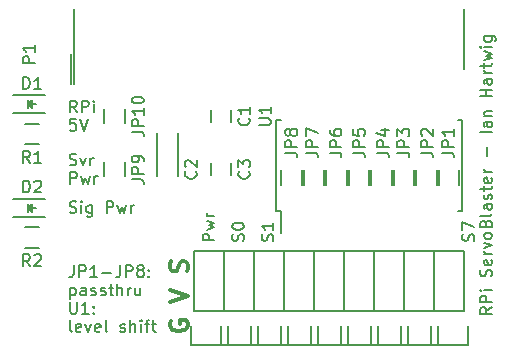
<source format=gto>
G04 #@! TF.FileFunction,Legend,Top*
%FSLAX46Y46*%
G04 Gerber Fmt 4.6, Leading zero omitted, Abs format (unit mm)*
G04 Created by KiCad (PCBNEW 4.0.0-stable) date Thursday, March 17, 2016 'AMt' 12:56:01 AM*
%MOMM*%
G01*
G04 APERTURE LIST*
%ADD10C,0.100000*%
%ADD11C,0.150000*%
%ADD12C,0.300000*%
G04 APERTURE END LIST*
D10*
D11*
X7023810Y7372619D02*
X7023810Y6658333D01*
X6976190Y6515476D01*
X6880952Y6420238D01*
X6738095Y6372619D01*
X6642857Y6372619D01*
X7500000Y6372619D02*
X7500000Y7372619D01*
X7880953Y7372619D01*
X7976191Y7325000D01*
X8023810Y7277381D01*
X8071429Y7182143D01*
X8071429Y7039286D01*
X8023810Y6944048D01*
X7976191Y6896429D01*
X7880953Y6848810D01*
X7500000Y6848810D01*
X9023810Y6372619D02*
X8452381Y6372619D01*
X8738095Y6372619D02*
X8738095Y7372619D01*
X8642857Y7229762D01*
X8547619Y7134524D01*
X8452381Y7086905D01*
X9452381Y6753571D02*
X10214286Y6753571D01*
X10976191Y7372619D02*
X10976191Y6658333D01*
X10928571Y6515476D01*
X10833333Y6420238D01*
X10690476Y6372619D01*
X10595238Y6372619D01*
X11452381Y6372619D02*
X11452381Y7372619D01*
X11833334Y7372619D01*
X11928572Y7325000D01*
X11976191Y7277381D01*
X12023810Y7182143D01*
X12023810Y7039286D01*
X11976191Y6944048D01*
X11928572Y6896429D01*
X11833334Y6848810D01*
X11452381Y6848810D01*
X12595238Y6944048D02*
X12500000Y6991667D01*
X12452381Y7039286D01*
X12404762Y7134524D01*
X12404762Y7182143D01*
X12452381Y7277381D01*
X12500000Y7325000D01*
X12595238Y7372619D01*
X12785715Y7372619D01*
X12880953Y7325000D01*
X12928572Y7277381D01*
X12976191Y7182143D01*
X12976191Y7134524D01*
X12928572Y7039286D01*
X12880953Y6991667D01*
X12785715Y6944048D01*
X12595238Y6944048D01*
X12500000Y6896429D01*
X12452381Y6848810D01*
X12404762Y6753571D01*
X12404762Y6563095D01*
X12452381Y6467857D01*
X12500000Y6420238D01*
X12595238Y6372619D01*
X12785715Y6372619D01*
X12880953Y6420238D01*
X12928572Y6467857D01*
X12976191Y6563095D01*
X12976191Y6753571D01*
X12928572Y6848810D01*
X12880953Y6896429D01*
X12785715Y6944048D01*
X13404762Y6467857D02*
X13452381Y6420238D01*
X13404762Y6372619D01*
X13357143Y6420238D01*
X13404762Y6467857D01*
X13404762Y6372619D01*
X13404762Y6991667D02*
X13452381Y6944048D01*
X13404762Y6896429D01*
X13357143Y6944048D01*
X13404762Y6991667D01*
X13404762Y6896429D01*
X6738095Y5489286D02*
X6738095Y4489286D01*
X6738095Y5441667D02*
X6833333Y5489286D01*
X7023810Y5489286D01*
X7119048Y5441667D01*
X7166667Y5394048D01*
X7214286Y5298810D01*
X7214286Y5013095D01*
X7166667Y4917857D01*
X7119048Y4870238D01*
X7023810Y4822619D01*
X6833333Y4822619D01*
X6738095Y4870238D01*
X8071429Y4822619D02*
X8071429Y5346429D01*
X8023810Y5441667D01*
X7928572Y5489286D01*
X7738095Y5489286D01*
X7642857Y5441667D01*
X8071429Y4870238D02*
X7976191Y4822619D01*
X7738095Y4822619D01*
X7642857Y4870238D01*
X7595238Y4965476D01*
X7595238Y5060714D01*
X7642857Y5155952D01*
X7738095Y5203571D01*
X7976191Y5203571D01*
X8071429Y5251190D01*
X8500000Y4870238D02*
X8595238Y4822619D01*
X8785714Y4822619D01*
X8880953Y4870238D01*
X8928572Y4965476D01*
X8928572Y5013095D01*
X8880953Y5108333D01*
X8785714Y5155952D01*
X8642857Y5155952D01*
X8547619Y5203571D01*
X8500000Y5298810D01*
X8500000Y5346429D01*
X8547619Y5441667D01*
X8642857Y5489286D01*
X8785714Y5489286D01*
X8880953Y5441667D01*
X9309524Y4870238D02*
X9404762Y4822619D01*
X9595238Y4822619D01*
X9690477Y4870238D01*
X9738096Y4965476D01*
X9738096Y5013095D01*
X9690477Y5108333D01*
X9595238Y5155952D01*
X9452381Y5155952D01*
X9357143Y5203571D01*
X9309524Y5298810D01*
X9309524Y5346429D01*
X9357143Y5441667D01*
X9452381Y5489286D01*
X9595238Y5489286D01*
X9690477Y5441667D01*
X10023810Y5489286D02*
X10404762Y5489286D01*
X10166667Y5822619D02*
X10166667Y4965476D01*
X10214286Y4870238D01*
X10309524Y4822619D01*
X10404762Y4822619D01*
X10738096Y4822619D02*
X10738096Y5822619D01*
X11166668Y4822619D02*
X11166668Y5346429D01*
X11119049Y5441667D01*
X11023811Y5489286D01*
X10880953Y5489286D01*
X10785715Y5441667D01*
X10738096Y5394048D01*
X11642858Y4822619D02*
X11642858Y5489286D01*
X11642858Y5298810D02*
X11690477Y5394048D01*
X11738096Y5441667D01*
X11833334Y5489286D01*
X11928573Y5489286D01*
X12690478Y5489286D02*
X12690478Y4822619D01*
X12261906Y5489286D02*
X12261906Y4965476D01*
X12309525Y4870238D01*
X12404763Y4822619D01*
X12547621Y4822619D01*
X12642859Y4870238D01*
X12690478Y4917857D01*
X6738095Y4272619D02*
X6738095Y3463095D01*
X6785714Y3367857D01*
X6833333Y3320238D01*
X6928571Y3272619D01*
X7119048Y3272619D01*
X7214286Y3320238D01*
X7261905Y3367857D01*
X7309524Y3463095D01*
X7309524Y4272619D01*
X8309524Y3272619D02*
X7738095Y3272619D01*
X8023809Y3272619D02*
X8023809Y4272619D01*
X7928571Y4129762D01*
X7833333Y4034524D01*
X7738095Y3986905D01*
X8738095Y3367857D02*
X8785714Y3320238D01*
X8738095Y3272619D01*
X8690476Y3320238D01*
X8738095Y3367857D01*
X8738095Y3272619D01*
X8738095Y3891667D02*
X8785714Y3844048D01*
X8738095Y3796429D01*
X8690476Y3844048D01*
X8738095Y3891667D01*
X8738095Y3796429D01*
X6880952Y1722619D02*
X6785714Y1770238D01*
X6738095Y1865476D01*
X6738095Y2722619D01*
X7642858Y1770238D02*
X7547620Y1722619D01*
X7357143Y1722619D01*
X7261905Y1770238D01*
X7214286Y1865476D01*
X7214286Y2246429D01*
X7261905Y2341667D01*
X7357143Y2389286D01*
X7547620Y2389286D01*
X7642858Y2341667D01*
X7690477Y2246429D01*
X7690477Y2151190D01*
X7214286Y2055952D01*
X8023810Y2389286D02*
X8261905Y1722619D01*
X8500001Y2389286D01*
X9261906Y1770238D02*
X9166668Y1722619D01*
X8976191Y1722619D01*
X8880953Y1770238D01*
X8833334Y1865476D01*
X8833334Y2246429D01*
X8880953Y2341667D01*
X8976191Y2389286D01*
X9166668Y2389286D01*
X9261906Y2341667D01*
X9309525Y2246429D01*
X9309525Y2151190D01*
X8833334Y2055952D01*
X9880953Y1722619D02*
X9785715Y1770238D01*
X9738096Y1865476D01*
X9738096Y2722619D01*
X10976192Y1770238D02*
X11071430Y1722619D01*
X11261906Y1722619D01*
X11357145Y1770238D01*
X11404764Y1865476D01*
X11404764Y1913095D01*
X11357145Y2008333D01*
X11261906Y2055952D01*
X11119049Y2055952D01*
X11023811Y2103571D01*
X10976192Y2198810D01*
X10976192Y2246429D01*
X11023811Y2341667D01*
X11119049Y2389286D01*
X11261906Y2389286D01*
X11357145Y2341667D01*
X11833335Y1722619D02*
X11833335Y2722619D01*
X12261907Y1722619D02*
X12261907Y2246429D01*
X12214288Y2341667D01*
X12119050Y2389286D01*
X11976192Y2389286D01*
X11880954Y2341667D01*
X11833335Y2294048D01*
X12738097Y1722619D02*
X12738097Y2389286D01*
X12738097Y2722619D02*
X12690478Y2675000D01*
X12738097Y2627381D01*
X12785716Y2675000D01*
X12738097Y2722619D01*
X12738097Y2627381D01*
X13071430Y2389286D02*
X13452382Y2389286D01*
X13214287Y1722619D02*
X13214287Y2579762D01*
X13261906Y2675000D01*
X13357144Y2722619D01*
X13452382Y2722619D01*
X13642859Y2389286D02*
X14023811Y2389286D01*
X13785716Y2722619D02*
X13785716Y1865476D01*
X13833335Y1770238D01*
X13928573Y1722619D01*
X14023811Y1722619D01*
X42452381Y3809523D02*
X41976190Y3476189D01*
X42452381Y3238094D02*
X41452381Y3238094D01*
X41452381Y3619047D01*
X41500000Y3714285D01*
X41547619Y3761904D01*
X41642857Y3809523D01*
X41785714Y3809523D01*
X41880952Y3761904D01*
X41928571Y3714285D01*
X41976190Y3619047D01*
X41976190Y3238094D01*
X42452381Y4238094D02*
X41452381Y4238094D01*
X41452381Y4619047D01*
X41500000Y4714285D01*
X41547619Y4761904D01*
X41642857Y4809523D01*
X41785714Y4809523D01*
X41880952Y4761904D01*
X41928571Y4714285D01*
X41976190Y4619047D01*
X41976190Y4238094D01*
X42452381Y5238094D02*
X41785714Y5238094D01*
X41452381Y5238094D02*
X41500000Y5190475D01*
X41547619Y5238094D01*
X41500000Y5285713D01*
X41452381Y5238094D01*
X41547619Y5238094D01*
X42404762Y6428570D02*
X42452381Y6571427D01*
X42452381Y6809523D01*
X42404762Y6904761D01*
X42357143Y6952380D01*
X42261905Y6999999D01*
X42166667Y6999999D01*
X42071429Y6952380D01*
X42023810Y6904761D01*
X41976190Y6809523D01*
X41928571Y6619046D01*
X41880952Y6523808D01*
X41833333Y6476189D01*
X41738095Y6428570D01*
X41642857Y6428570D01*
X41547619Y6476189D01*
X41500000Y6523808D01*
X41452381Y6619046D01*
X41452381Y6857142D01*
X41500000Y6999999D01*
X42404762Y7809523D02*
X42452381Y7714285D01*
X42452381Y7523808D01*
X42404762Y7428570D01*
X42309524Y7380951D01*
X41928571Y7380951D01*
X41833333Y7428570D01*
X41785714Y7523808D01*
X41785714Y7714285D01*
X41833333Y7809523D01*
X41928571Y7857142D01*
X42023810Y7857142D01*
X42119048Y7380951D01*
X42452381Y8285713D02*
X41785714Y8285713D01*
X41976190Y8285713D02*
X41880952Y8333332D01*
X41833333Y8380951D01*
X41785714Y8476189D01*
X41785714Y8571428D01*
X41785714Y8809523D02*
X42452381Y9047618D01*
X41785714Y9285714D01*
X42452381Y9809523D02*
X42404762Y9714285D01*
X42357143Y9666666D01*
X42261905Y9619047D01*
X41976190Y9619047D01*
X41880952Y9666666D01*
X41833333Y9714285D01*
X41785714Y9809523D01*
X41785714Y9952381D01*
X41833333Y10047619D01*
X41880952Y10095238D01*
X41976190Y10142857D01*
X42261905Y10142857D01*
X42357143Y10095238D01*
X42404762Y10047619D01*
X42452381Y9952381D01*
X42452381Y9809523D01*
X41928571Y10904762D02*
X41976190Y11047619D01*
X42023810Y11095238D01*
X42119048Y11142857D01*
X42261905Y11142857D01*
X42357143Y11095238D01*
X42404762Y11047619D01*
X42452381Y10952381D01*
X42452381Y10571428D01*
X41452381Y10571428D01*
X41452381Y10904762D01*
X41500000Y11000000D01*
X41547619Y11047619D01*
X41642857Y11095238D01*
X41738095Y11095238D01*
X41833333Y11047619D01*
X41880952Y11000000D01*
X41928571Y10904762D01*
X41928571Y10571428D01*
X42452381Y11714285D02*
X42404762Y11619047D01*
X42309524Y11571428D01*
X41452381Y11571428D01*
X42452381Y12523810D02*
X41928571Y12523810D01*
X41833333Y12476191D01*
X41785714Y12380953D01*
X41785714Y12190476D01*
X41833333Y12095238D01*
X42404762Y12523810D02*
X42452381Y12428572D01*
X42452381Y12190476D01*
X42404762Y12095238D01*
X42309524Y12047619D01*
X42214286Y12047619D01*
X42119048Y12095238D01*
X42071429Y12190476D01*
X42071429Y12428572D01*
X42023810Y12523810D01*
X42404762Y12952381D02*
X42452381Y13047619D01*
X42452381Y13238095D01*
X42404762Y13333334D01*
X42309524Y13380953D01*
X42261905Y13380953D01*
X42166667Y13333334D01*
X42119048Y13238095D01*
X42119048Y13095238D01*
X42071429Y13000000D01*
X41976190Y12952381D01*
X41928571Y12952381D01*
X41833333Y13000000D01*
X41785714Y13095238D01*
X41785714Y13238095D01*
X41833333Y13333334D01*
X41785714Y13666667D02*
X41785714Y14047619D01*
X41452381Y13809524D02*
X42309524Y13809524D01*
X42404762Y13857143D01*
X42452381Y13952381D01*
X42452381Y14047619D01*
X42404762Y14761906D02*
X42452381Y14666668D01*
X42452381Y14476191D01*
X42404762Y14380953D01*
X42309524Y14333334D01*
X41928571Y14333334D01*
X41833333Y14380953D01*
X41785714Y14476191D01*
X41785714Y14666668D01*
X41833333Y14761906D01*
X41928571Y14809525D01*
X42023810Y14809525D01*
X42119048Y14333334D01*
X42452381Y15238096D02*
X41785714Y15238096D01*
X41976190Y15238096D02*
X41880952Y15285715D01*
X41833333Y15333334D01*
X41785714Y15428572D01*
X41785714Y15523811D01*
X42071429Y16619049D02*
X42071429Y17380954D01*
X42452381Y18619049D02*
X41452381Y18619049D01*
X42452381Y19523811D02*
X41928571Y19523811D01*
X41833333Y19476192D01*
X41785714Y19380954D01*
X41785714Y19190477D01*
X41833333Y19095239D01*
X42404762Y19523811D02*
X42452381Y19428573D01*
X42452381Y19190477D01*
X42404762Y19095239D01*
X42309524Y19047620D01*
X42214286Y19047620D01*
X42119048Y19095239D01*
X42071429Y19190477D01*
X42071429Y19428573D01*
X42023810Y19523811D01*
X41785714Y20000001D02*
X42452381Y20000001D01*
X41880952Y20000001D02*
X41833333Y20047620D01*
X41785714Y20142858D01*
X41785714Y20285716D01*
X41833333Y20380954D01*
X41928571Y20428573D01*
X42452381Y20428573D01*
X42452381Y21666668D02*
X41452381Y21666668D01*
X41928571Y21666668D02*
X41928571Y22238097D01*
X42452381Y22238097D02*
X41452381Y22238097D01*
X42452381Y23142859D02*
X41928571Y23142859D01*
X41833333Y23095240D01*
X41785714Y23000002D01*
X41785714Y22809525D01*
X41833333Y22714287D01*
X42404762Y23142859D02*
X42452381Y23047621D01*
X42452381Y22809525D01*
X42404762Y22714287D01*
X42309524Y22666668D01*
X42214286Y22666668D01*
X42119048Y22714287D01*
X42071429Y22809525D01*
X42071429Y23047621D01*
X42023810Y23142859D01*
X42452381Y23619049D02*
X41785714Y23619049D01*
X41976190Y23619049D02*
X41880952Y23666668D01*
X41833333Y23714287D01*
X41785714Y23809525D01*
X41785714Y23904764D01*
X41785714Y24095240D02*
X41785714Y24476192D01*
X41452381Y24238097D02*
X42309524Y24238097D01*
X42404762Y24285716D01*
X42452381Y24380954D01*
X42452381Y24476192D01*
X41785714Y24714288D02*
X42452381Y24904764D01*
X41976190Y25095241D01*
X42452381Y25285717D01*
X41785714Y25476193D01*
X42452381Y25857145D02*
X41785714Y25857145D01*
X41452381Y25857145D02*
X41500000Y25809526D01*
X41547619Y25857145D01*
X41500000Y25904764D01*
X41452381Y25857145D01*
X41547619Y25857145D01*
X41785714Y26761907D02*
X42595238Y26761907D01*
X42690476Y26714288D01*
X42738095Y26666669D01*
X42785714Y26571430D01*
X42785714Y26428573D01*
X42738095Y26333335D01*
X42404762Y26761907D02*
X42452381Y26666669D01*
X42452381Y26476192D01*
X42404762Y26380954D01*
X42357143Y26333335D01*
X42261905Y26285716D01*
X41976190Y26285716D01*
X41880952Y26333335D01*
X41833333Y26380954D01*
X41785714Y26476192D01*
X41785714Y26666669D01*
X41833333Y26761907D01*
X6690476Y15870238D02*
X6833333Y15822619D01*
X7071429Y15822619D01*
X7166667Y15870238D01*
X7214286Y15917857D01*
X7261905Y16013095D01*
X7261905Y16108333D01*
X7214286Y16203571D01*
X7166667Y16251190D01*
X7071429Y16298810D01*
X6880952Y16346429D01*
X6785714Y16394048D01*
X6738095Y16441667D01*
X6690476Y16536905D01*
X6690476Y16632143D01*
X6738095Y16727381D01*
X6785714Y16775000D01*
X6880952Y16822619D01*
X7119048Y16822619D01*
X7261905Y16775000D01*
X7595238Y16489286D02*
X7833333Y15822619D01*
X8071429Y16489286D01*
X8452381Y15822619D02*
X8452381Y16489286D01*
X8452381Y16298810D02*
X8500000Y16394048D01*
X8547619Y16441667D01*
X8642857Y16489286D01*
X8738096Y16489286D01*
X6738095Y14272619D02*
X6738095Y15272619D01*
X7119048Y15272619D01*
X7214286Y15225000D01*
X7261905Y15177381D01*
X7309524Y15082143D01*
X7309524Y14939286D01*
X7261905Y14844048D01*
X7214286Y14796429D01*
X7119048Y14748810D01*
X6738095Y14748810D01*
X7642857Y14939286D02*
X7833333Y14272619D01*
X8023810Y14748810D01*
X8214286Y14272619D01*
X8404762Y14939286D01*
X8785714Y14272619D02*
X8785714Y14939286D01*
X8785714Y14748810D02*
X8833333Y14844048D01*
X8880952Y14891667D01*
X8976190Y14939286D01*
X9071429Y14939286D01*
X40904762Y9440476D02*
X40952381Y9583333D01*
X40952381Y9821429D01*
X40904762Y9916667D01*
X40857143Y9964286D01*
X40761905Y10011905D01*
X40666667Y10011905D01*
X40571429Y9964286D01*
X40523810Y9916667D01*
X40476190Y9821429D01*
X40428571Y9630952D01*
X40380952Y9535714D01*
X40333333Y9488095D01*
X40238095Y9440476D01*
X40142857Y9440476D01*
X40047619Y9488095D01*
X40000000Y9535714D01*
X39952381Y9630952D01*
X39952381Y9869048D01*
X40000000Y10011905D01*
X39952381Y10345238D02*
X39952381Y11011905D01*
X40952381Y10583333D01*
X23904762Y9440476D02*
X23952381Y9583333D01*
X23952381Y9821429D01*
X23904762Y9916667D01*
X23857143Y9964286D01*
X23761905Y10011905D01*
X23666667Y10011905D01*
X23571429Y9964286D01*
X23523810Y9916667D01*
X23476190Y9821429D01*
X23428571Y9630952D01*
X23380952Y9535714D01*
X23333333Y9488095D01*
X23238095Y9440476D01*
X23142857Y9440476D01*
X23047619Y9488095D01*
X23000000Y9535714D01*
X22952381Y9630952D01*
X22952381Y9869048D01*
X23000000Y10011905D01*
X23952381Y10964286D02*
X23952381Y10392857D01*
X23952381Y10678571D02*
X22952381Y10678571D01*
X23095238Y10583333D01*
X23190476Y10488095D01*
X23238095Y10392857D01*
X21404762Y9440476D02*
X21452381Y9583333D01*
X21452381Y9821429D01*
X21404762Y9916667D01*
X21357143Y9964286D01*
X21261905Y10011905D01*
X21166667Y10011905D01*
X21071429Y9964286D01*
X21023810Y9916667D01*
X20976190Y9821429D01*
X20928571Y9630952D01*
X20880952Y9535714D01*
X20833333Y9488095D01*
X20738095Y9440476D01*
X20642857Y9440476D01*
X20547619Y9488095D01*
X20500000Y9535714D01*
X20452381Y9630952D01*
X20452381Y9869048D01*
X20500000Y10011905D01*
X20452381Y10630952D02*
X20452381Y10726191D01*
X20500000Y10821429D01*
X20547619Y10869048D01*
X20642857Y10916667D01*
X20833333Y10964286D01*
X21071429Y10964286D01*
X21261905Y10916667D01*
X21357143Y10869048D01*
X21404762Y10821429D01*
X21452381Y10726191D01*
X21452381Y10630952D01*
X21404762Y10535714D01*
X21357143Y10488095D01*
X21261905Y10440476D01*
X21071429Y10392857D01*
X20833333Y10392857D01*
X20642857Y10440476D01*
X20547619Y10488095D01*
X20500000Y10535714D01*
X20452381Y10630952D01*
X18952381Y9488095D02*
X17952381Y9488095D01*
X17952381Y9869048D01*
X18000000Y9964286D01*
X18047619Y10011905D01*
X18142857Y10059524D01*
X18285714Y10059524D01*
X18380952Y10011905D01*
X18428571Y9964286D01*
X18476190Y9869048D01*
X18476190Y9488095D01*
X18285714Y10392857D02*
X18952381Y10583333D01*
X18476190Y10773810D01*
X18952381Y10964286D01*
X18285714Y11154762D01*
X18952381Y11535714D02*
X18285714Y11535714D01*
X18476190Y11535714D02*
X18380952Y11583333D01*
X18333333Y11630952D01*
X18285714Y11726190D01*
X18285714Y11821429D01*
D12*
X15250000Y2642858D02*
X15178571Y2500001D01*
X15178571Y2285715D01*
X15250000Y2071430D01*
X15392857Y1928572D01*
X15535714Y1857144D01*
X15821429Y1785715D01*
X16035714Y1785715D01*
X16321429Y1857144D01*
X16464286Y1928572D01*
X16607143Y2071430D01*
X16678571Y2285715D01*
X16678571Y2428572D01*
X16607143Y2642858D01*
X16535714Y2714287D01*
X16035714Y2714287D01*
X16035714Y2428572D01*
X15178571Y4285715D02*
X16678571Y4785715D01*
X15178571Y5285715D01*
X16607143Y6857143D02*
X16678571Y7071429D01*
X16678571Y7428572D01*
X16607143Y7571429D01*
X16535714Y7642858D01*
X16392857Y7714286D01*
X16250000Y7714286D01*
X16107143Y7642858D01*
X16035714Y7571429D01*
X15964286Y7428572D01*
X15892857Y7142858D01*
X15821429Y7000000D01*
X15750000Y6928572D01*
X15607143Y6857143D01*
X15464286Y6857143D01*
X15321429Y6928572D01*
X15250000Y7000000D01*
X15178571Y7142858D01*
X15178571Y7500000D01*
X15250000Y7714286D01*
D11*
X7309524Y20322619D02*
X6976190Y20798810D01*
X6738095Y20322619D02*
X6738095Y21322619D01*
X7119048Y21322619D01*
X7214286Y21275000D01*
X7261905Y21227381D01*
X7309524Y21132143D01*
X7309524Y20989286D01*
X7261905Y20894048D01*
X7214286Y20846429D01*
X7119048Y20798810D01*
X6738095Y20798810D01*
X7738095Y20322619D02*
X7738095Y21322619D01*
X8119048Y21322619D01*
X8214286Y21275000D01*
X8261905Y21227381D01*
X8309524Y21132143D01*
X8309524Y20989286D01*
X8261905Y20894048D01*
X8214286Y20846429D01*
X8119048Y20798810D01*
X7738095Y20798810D01*
X8738095Y20322619D02*
X8738095Y20989286D01*
X8738095Y21322619D02*
X8690476Y21275000D01*
X8738095Y21227381D01*
X8785714Y21275000D01*
X8738095Y21322619D01*
X8738095Y21227381D01*
X7214286Y19772619D02*
X6738095Y19772619D01*
X6690476Y19296429D01*
X6738095Y19344048D01*
X6833333Y19391667D01*
X7071429Y19391667D01*
X7166667Y19344048D01*
X7214286Y19296429D01*
X7261905Y19201190D01*
X7261905Y18963095D01*
X7214286Y18867857D01*
X7166667Y18820238D01*
X7071429Y18772619D01*
X6833333Y18772619D01*
X6738095Y18820238D01*
X6690476Y18867857D01*
X7547619Y19772619D02*
X7880952Y18772619D01*
X8214286Y19772619D01*
X6690476Y11845238D02*
X6833333Y11797619D01*
X7071429Y11797619D01*
X7166667Y11845238D01*
X7214286Y11892857D01*
X7261905Y11988095D01*
X7261905Y12083333D01*
X7214286Y12178571D01*
X7166667Y12226190D01*
X7071429Y12273810D01*
X6880952Y12321429D01*
X6785714Y12369048D01*
X6738095Y12416667D01*
X6690476Y12511905D01*
X6690476Y12607143D01*
X6738095Y12702381D01*
X6785714Y12750000D01*
X6880952Y12797619D01*
X7119048Y12797619D01*
X7261905Y12750000D01*
X7690476Y11797619D02*
X7690476Y12464286D01*
X7690476Y12797619D02*
X7642857Y12750000D01*
X7690476Y12702381D01*
X7738095Y12750000D01*
X7690476Y12797619D01*
X7690476Y12702381D01*
X8595238Y12464286D02*
X8595238Y11654762D01*
X8547619Y11559524D01*
X8500000Y11511905D01*
X8404761Y11464286D01*
X8261904Y11464286D01*
X8166666Y11511905D01*
X8595238Y11845238D02*
X8500000Y11797619D01*
X8309523Y11797619D01*
X8214285Y11845238D01*
X8166666Y11892857D01*
X8119047Y11988095D01*
X8119047Y12273810D01*
X8166666Y12369048D01*
X8214285Y12416667D01*
X8309523Y12464286D01*
X8500000Y12464286D01*
X8595238Y12416667D01*
X9833333Y11797619D02*
X9833333Y12797619D01*
X10214286Y12797619D01*
X10309524Y12750000D01*
X10357143Y12702381D01*
X10404762Y12607143D01*
X10404762Y12464286D01*
X10357143Y12369048D01*
X10309524Y12321429D01*
X10214286Y12273810D01*
X9833333Y12273810D01*
X10738095Y12464286D02*
X10928571Y11797619D01*
X11119048Y12273810D01*
X11309524Y11797619D01*
X11500000Y12464286D01*
X11880952Y11797619D02*
X11880952Y12464286D01*
X11880952Y12273810D02*
X11928571Y12369048D01*
X11976190Y12416667D01*
X12071428Y12464286D01*
X12166667Y12464286D01*
X18650000Y20500000D02*
X18650000Y19500000D01*
X20350000Y19500000D02*
X20350000Y20500000D01*
X14100000Y14900000D02*
X14100000Y18600000D01*
X15900000Y14900000D02*
X15900000Y18600000D01*
X20350000Y15000000D02*
X20350000Y16000000D01*
X18650000Y16000000D02*
X18650000Y15000000D01*
X37930000Y14210000D02*
X37930000Y15410000D01*
X39680000Y15410000D02*
X39680000Y14210000D01*
X36025000Y14210000D02*
X36025000Y15410000D01*
X37775000Y15410000D02*
X37775000Y14210000D01*
X34120000Y14210000D02*
X34120000Y15410000D01*
X35870000Y15410000D02*
X35870000Y14210000D01*
X32215000Y14210000D02*
X32215000Y15410000D01*
X33965000Y15410000D02*
X33965000Y14210000D01*
X30310000Y14210000D02*
X30310000Y15410000D01*
X32060000Y15410000D02*
X32060000Y14210000D01*
X28405000Y14210000D02*
X28405000Y15410000D01*
X30155000Y15410000D02*
X30155000Y14210000D01*
X26500000Y14210000D02*
X26500000Y15410000D01*
X28250000Y15410000D02*
X28250000Y14210000D01*
X24595000Y14210000D02*
X24595000Y15410000D01*
X26345000Y15410000D02*
X26345000Y14210000D01*
X9625000Y14900000D02*
X9625000Y16100000D01*
X11375000Y16100000D02*
X11375000Y14900000D01*
X11375000Y20600000D02*
X11375000Y19400000D01*
X9625000Y19400000D02*
X9625000Y20600000D01*
X40120000Y29040000D02*
X40120000Y23960000D01*
X6820000Y25230000D02*
X6820000Y22690000D01*
X7100000Y29040000D02*
X7100000Y22690000D01*
X19800000Y3470000D02*
X19800000Y8550000D01*
X19800000Y8550000D02*
X17260000Y8550000D01*
X17260000Y8550000D02*
X17260000Y3470000D01*
X16980000Y650000D02*
X16980000Y2200000D01*
X17260000Y3470000D02*
X19800000Y3470000D01*
X20080000Y2200000D02*
X20080000Y650000D01*
X20080000Y650000D02*
X16980000Y650000D01*
X22340000Y3470000D02*
X22340000Y8550000D01*
X22340000Y8550000D02*
X19800000Y8550000D01*
X19800000Y8550000D02*
X19800000Y3470000D01*
X19520000Y650000D02*
X19520000Y2200000D01*
X19800000Y3470000D02*
X22340000Y3470000D01*
X22620000Y2200000D02*
X22620000Y650000D01*
X22620000Y650000D02*
X19520000Y650000D01*
X24880000Y3470000D02*
X24880000Y8550000D01*
X24880000Y8550000D02*
X22340000Y8550000D01*
X22340000Y8550000D02*
X22340000Y3470000D01*
X22060000Y650000D02*
X22060000Y2200000D01*
X22340000Y3470000D02*
X24880000Y3470000D01*
X25160000Y2200000D02*
X25160000Y650000D01*
X25160000Y650000D02*
X22060000Y650000D01*
X27420000Y3470000D02*
X27420000Y8550000D01*
X27420000Y8550000D02*
X24880000Y8550000D01*
X24880000Y8550000D02*
X24880000Y3470000D01*
X24600000Y650000D02*
X24600000Y2200000D01*
X24880000Y3470000D02*
X27420000Y3470000D01*
X27700000Y2200000D02*
X27700000Y650000D01*
X27700000Y650000D02*
X24600000Y650000D01*
X29960000Y3470000D02*
X29960000Y8550000D01*
X29960000Y8550000D02*
X27420000Y8550000D01*
X27420000Y8550000D02*
X27420000Y3470000D01*
X27140000Y650000D02*
X27140000Y2200000D01*
X27420000Y3470000D02*
X29960000Y3470000D01*
X30240000Y2200000D02*
X30240000Y650000D01*
X30240000Y650000D02*
X27140000Y650000D01*
X32500000Y3470000D02*
X32500000Y8550000D01*
X32500000Y8550000D02*
X29960000Y8550000D01*
X29960000Y8550000D02*
X29960000Y3470000D01*
X29680000Y650000D02*
X29680000Y2200000D01*
X29960000Y3470000D02*
X32500000Y3470000D01*
X32780000Y2200000D02*
X32780000Y650000D01*
X32780000Y650000D02*
X29680000Y650000D01*
X35040000Y3470000D02*
X35040000Y8550000D01*
X35040000Y8550000D02*
X32500000Y8550000D01*
X32500000Y8550000D02*
X32500000Y3470000D01*
X32220000Y650000D02*
X32220000Y2200000D01*
X32500000Y3470000D02*
X35040000Y3470000D01*
X35320000Y2200000D02*
X35320000Y650000D01*
X35320000Y650000D02*
X32220000Y650000D01*
X37580000Y3470000D02*
X37580000Y8550000D01*
X37580000Y8550000D02*
X35040000Y8550000D01*
X35040000Y8550000D02*
X35040000Y3470000D01*
X34760000Y650000D02*
X34760000Y2200000D01*
X35040000Y3470000D02*
X37580000Y3470000D01*
X37860000Y2200000D02*
X37860000Y650000D01*
X37860000Y650000D02*
X34760000Y650000D01*
X40120000Y3470000D02*
X40120000Y8550000D01*
X40120000Y8550000D02*
X37580000Y8550000D01*
X37580000Y8550000D02*
X37580000Y3470000D01*
X37300000Y650000D02*
X37300000Y2200000D01*
X37580000Y3470000D02*
X40120000Y3470000D01*
X40400000Y2200000D02*
X40400000Y650000D01*
X40400000Y650000D02*
X37300000Y650000D01*
X24195000Y11935000D02*
X24560000Y11935000D01*
X24195000Y19685000D02*
X24560000Y19685000D01*
X39945000Y19685000D02*
X39580000Y19685000D01*
X39945000Y11935000D02*
X39580000Y11935000D01*
X24195000Y11935000D02*
X24195000Y19685000D01*
X39945000Y11935000D02*
X39945000Y19685000D01*
X24560000Y11935000D02*
X24560000Y10110000D01*
X1900000Y20250000D02*
X4600000Y20250000D01*
X1900000Y21750000D02*
X4600000Y21750000D01*
X3400000Y20850000D02*
X3400000Y21100000D01*
X3400000Y21100000D02*
X3250000Y20950000D01*
X3150000Y21350000D02*
X3150000Y20650000D01*
X3500000Y21000000D02*
X3850000Y21000000D01*
X3150000Y21000000D02*
X3500000Y21350000D01*
X3500000Y21350000D02*
X3500000Y20650000D01*
X3500000Y20650000D02*
X3150000Y21000000D01*
X1900000Y11500000D02*
X4600000Y11500000D01*
X1900000Y13000000D02*
X4600000Y13000000D01*
X3400000Y12100000D02*
X3400000Y12350000D01*
X3400000Y12350000D02*
X3250000Y12200000D01*
X3150000Y12600000D02*
X3150000Y11900000D01*
X3500000Y12250000D02*
X3850000Y12250000D01*
X3150000Y12250000D02*
X3500000Y12600000D01*
X3500000Y12600000D02*
X3500000Y11900000D01*
X3500000Y11900000D02*
X3150000Y12250000D01*
X4100000Y17625000D02*
X2900000Y17625000D01*
X2900000Y19375000D02*
X4100000Y19375000D01*
X4100000Y8875000D02*
X2900000Y8875000D01*
X2900000Y10625000D02*
X4100000Y10625000D01*
X21857143Y19833334D02*
X21904762Y19785715D01*
X21952381Y19642858D01*
X21952381Y19547620D01*
X21904762Y19404762D01*
X21809524Y19309524D01*
X21714286Y19261905D01*
X21523810Y19214286D01*
X21380952Y19214286D01*
X21190476Y19261905D01*
X21095238Y19309524D01*
X21000000Y19404762D01*
X20952381Y19547620D01*
X20952381Y19642858D01*
X21000000Y19785715D01*
X21047619Y19833334D01*
X21952381Y20785715D02*
X21952381Y20214286D01*
X21952381Y20500000D02*
X20952381Y20500000D01*
X21095238Y20404762D01*
X21190476Y20309524D01*
X21238095Y20214286D01*
X17357143Y15333334D02*
X17404762Y15285715D01*
X17452381Y15142858D01*
X17452381Y15047620D01*
X17404762Y14904762D01*
X17309524Y14809524D01*
X17214286Y14761905D01*
X17023810Y14714286D01*
X16880952Y14714286D01*
X16690476Y14761905D01*
X16595238Y14809524D01*
X16500000Y14904762D01*
X16452381Y15047620D01*
X16452381Y15142858D01*
X16500000Y15285715D01*
X16547619Y15333334D01*
X16547619Y15714286D02*
X16500000Y15761905D01*
X16452381Y15857143D01*
X16452381Y16095239D01*
X16500000Y16190477D01*
X16547619Y16238096D01*
X16642857Y16285715D01*
X16738095Y16285715D01*
X16880952Y16238096D01*
X17452381Y15666667D01*
X17452381Y16285715D01*
X21857143Y15333334D02*
X21904762Y15285715D01*
X21952381Y15142858D01*
X21952381Y15047620D01*
X21904762Y14904762D01*
X21809524Y14809524D01*
X21714286Y14761905D01*
X21523810Y14714286D01*
X21380952Y14714286D01*
X21190476Y14761905D01*
X21095238Y14809524D01*
X21000000Y14904762D01*
X20952381Y15047620D01*
X20952381Y15142858D01*
X21000000Y15285715D01*
X21047619Y15333334D01*
X20952381Y15666667D02*
X20952381Y16285715D01*
X21333333Y15952381D01*
X21333333Y16095239D01*
X21380952Y16190477D01*
X21428571Y16238096D01*
X21523810Y16285715D01*
X21761905Y16285715D01*
X21857143Y16238096D01*
X21904762Y16190477D01*
X21952381Y16095239D01*
X21952381Y15809524D01*
X21904762Y15714286D01*
X21857143Y15666667D01*
X38202381Y16916667D02*
X38916667Y16916667D01*
X39059524Y16869047D01*
X39154762Y16773809D01*
X39202381Y16630952D01*
X39202381Y16535714D01*
X39202381Y17392857D02*
X38202381Y17392857D01*
X38202381Y17773810D01*
X38250000Y17869048D01*
X38297619Y17916667D01*
X38392857Y17964286D01*
X38535714Y17964286D01*
X38630952Y17916667D01*
X38678571Y17869048D01*
X38726190Y17773810D01*
X38726190Y17392857D01*
X39202381Y18916667D02*
X39202381Y18345238D01*
X39202381Y18630952D02*
X38202381Y18630952D01*
X38345238Y18535714D01*
X38440476Y18440476D01*
X38488095Y18345238D01*
X36452381Y16916667D02*
X37166667Y16916667D01*
X37309524Y16869047D01*
X37404762Y16773809D01*
X37452381Y16630952D01*
X37452381Y16535714D01*
X37452381Y17392857D02*
X36452381Y17392857D01*
X36452381Y17773810D01*
X36500000Y17869048D01*
X36547619Y17916667D01*
X36642857Y17964286D01*
X36785714Y17964286D01*
X36880952Y17916667D01*
X36928571Y17869048D01*
X36976190Y17773810D01*
X36976190Y17392857D01*
X36547619Y18345238D02*
X36500000Y18392857D01*
X36452381Y18488095D01*
X36452381Y18726191D01*
X36500000Y18821429D01*
X36547619Y18869048D01*
X36642857Y18916667D01*
X36738095Y18916667D01*
X36880952Y18869048D01*
X37452381Y18297619D01*
X37452381Y18916667D01*
X34452381Y16916667D02*
X35166667Y16916667D01*
X35309524Y16869047D01*
X35404762Y16773809D01*
X35452381Y16630952D01*
X35452381Y16535714D01*
X35452381Y17392857D02*
X34452381Y17392857D01*
X34452381Y17773810D01*
X34500000Y17869048D01*
X34547619Y17916667D01*
X34642857Y17964286D01*
X34785714Y17964286D01*
X34880952Y17916667D01*
X34928571Y17869048D01*
X34976190Y17773810D01*
X34976190Y17392857D01*
X34452381Y18297619D02*
X34452381Y18916667D01*
X34833333Y18583333D01*
X34833333Y18726191D01*
X34880952Y18821429D01*
X34928571Y18869048D01*
X35023810Y18916667D01*
X35261905Y18916667D01*
X35357143Y18869048D01*
X35404762Y18821429D01*
X35452381Y18726191D01*
X35452381Y18440476D01*
X35404762Y18345238D01*
X35357143Y18297619D01*
X32702381Y16916667D02*
X33416667Y16916667D01*
X33559524Y16869047D01*
X33654762Y16773809D01*
X33702381Y16630952D01*
X33702381Y16535714D01*
X33702381Y17392857D02*
X32702381Y17392857D01*
X32702381Y17773810D01*
X32750000Y17869048D01*
X32797619Y17916667D01*
X32892857Y17964286D01*
X33035714Y17964286D01*
X33130952Y17916667D01*
X33178571Y17869048D01*
X33226190Y17773810D01*
X33226190Y17392857D01*
X33035714Y18821429D02*
X33702381Y18821429D01*
X32654762Y18583333D02*
X33369048Y18345238D01*
X33369048Y18964286D01*
X30702381Y16916667D02*
X31416667Y16916667D01*
X31559524Y16869047D01*
X31654762Y16773809D01*
X31702381Y16630952D01*
X31702381Y16535714D01*
X31702381Y17392857D02*
X30702381Y17392857D01*
X30702381Y17773810D01*
X30750000Y17869048D01*
X30797619Y17916667D01*
X30892857Y17964286D01*
X31035714Y17964286D01*
X31130952Y17916667D01*
X31178571Y17869048D01*
X31226190Y17773810D01*
X31226190Y17392857D01*
X30702381Y18869048D02*
X30702381Y18392857D01*
X31178571Y18345238D01*
X31130952Y18392857D01*
X31083333Y18488095D01*
X31083333Y18726191D01*
X31130952Y18821429D01*
X31178571Y18869048D01*
X31273810Y18916667D01*
X31511905Y18916667D01*
X31607143Y18869048D01*
X31654762Y18821429D01*
X31702381Y18726191D01*
X31702381Y18488095D01*
X31654762Y18392857D01*
X31607143Y18345238D01*
X28702381Y16916667D02*
X29416667Y16916667D01*
X29559524Y16869047D01*
X29654762Y16773809D01*
X29702381Y16630952D01*
X29702381Y16535714D01*
X29702381Y17392857D02*
X28702381Y17392857D01*
X28702381Y17773810D01*
X28750000Y17869048D01*
X28797619Y17916667D01*
X28892857Y17964286D01*
X29035714Y17964286D01*
X29130952Y17916667D01*
X29178571Y17869048D01*
X29226190Y17773810D01*
X29226190Y17392857D01*
X28702381Y18821429D02*
X28702381Y18630952D01*
X28750000Y18535714D01*
X28797619Y18488095D01*
X28940476Y18392857D01*
X29130952Y18345238D01*
X29511905Y18345238D01*
X29607143Y18392857D01*
X29654762Y18440476D01*
X29702381Y18535714D01*
X29702381Y18726191D01*
X29654762Y18821429D01*
X29607143Y18869048D01*
X29511905Y18916667D01*
X29273810Y18916667D01*
X29178571Y18869048D01*
X29130952Y18821429D01*
X29083333Y18726191D01*
X29083333Y18535714D01*
X29130952Y18440476D01*
X29178571Y18392857D01*
X29273810Y18345238D01*
X26702381Y16916667D02*
X27416667Y16916667D01*
X27559524Y16869047D01*
X27654762Y16773809D01*
X27702381Y16630952D01*
X27702381Y16535714D01*
X27702381Y17392857D02*
X26702381Y17392857D01*
X26702381Y17773810D01*
X26750000Y17869048D01*
X26797619Y17916667D01*
X26892857Y17964286D01*
X27035714Y17964286D01*
X27130952Y17916667D01*
X27178571Y17869048D01*
X27226190Y17773810D01*
X27226190Y17392857D01*
X26702381Y18297619D02*
X26702381Y18964286D01*
X27702381Y18535714D01*
X24952381Y16916667D02*
X25666667Y16916667D01*
X25809524Y16869047D01*
X25904762Y16773809D01*
X25952381Y16630952D01*
X25952381Y16535714D01*
X25952381Y17392857D02*
X24952381Y17392857D01*
X24952381Y17773810D01*
X25000000Y17869048D01*
X25047619Y17916667D01*
X25142857Y17964286D01*
X25285714Y17964286D01*
X25380952Y17916667D01*
X25428571Y17869048D01*
X25476190Y17773810D01*
X25476190Y17392857D01*
X25380952Y18535714D02*
X25333333Y18440476D01*
X25285714Y18392857D01*
X25190476Y18345238D01*
X25142857Y18345238D01*
X25047619Y18392857D01*
X25000000Y18440476D01*
X24952381Y18535714D01*
X24952381Y18726191D01*
X25000000Y18821429D01*
X25047619Y18869048D01*
X25142857Y18916667D01*
X25190476Y18916667D01*
X25285714Y18869048D01*
X25333333Y18821429D01*
X25380952Y18726191D01*
X25380952Y18535714D01*
X25428571Y18440476D01*
X25476190Y18392857D01*
X25571429Y18345238D01*
X25761905Y18345238D01*
X25857143Y18392857D01*
X25904762Y18440476D01*
X25952381Y18535714D01*
X25952381Y18726191D01*
X25904762Y18821429D01*
X25857143Y18869048D01*
X25761905Y18916667D01*
X25571429Y18916667D01*
X25476190Y18869048D01*
X25428571Y18821429D01*
X25380952Y18726191D01*
X11952381Y14666667D02*
X12666667Y14666667D01*
X12809524Y14619047D01*
X12904762Y14523809D01*
X12952381Y14380952D01*
X12952381Y14285714D01*
X12952381Y15142857D02*
X11952381Y15142857D01*
X11952381Y15523810D01*
X12000000Y15619048D01*
X12047619Y15666667D01*
X12142857Y15714286D01*
X12285714Y15714286D01*
X12380952Y15666667D01*
X12428571Y15619048D01*
X12476190Y15523810D01*
X12476190Y15142857D01*
X12952381Y16190476D02*
X12952381Y16380952D01*
X12904762Y16476191D01*
X12857143Y16523810D01*
X12714286Y16619048D01*
X12523810Y16666667D01*
X12142857Y16666667D01*
X12047619Y16619048D01*
X12000000Y16571429D01*
X11952381Y16476191D01*
X11952381Y16285714D01*
X12000000Y16190476D01*
X12047619Y16142857D01*
X12142857Y16095238D01*
X12380952Y16095238D01*
X12476190Y16142857D01*
X12523810Y16190476D01*
X12571429Y16285714D01*
X12571429Y16476191D01*
X12523810Y16571429D01*
X12476190Y16619048D01*
X12380952Y16666667D01*
X11952381Y18690477D02*
X12666667Y18690477D01*
X12809524Y18642857D01*
X12904762Y18547619D01*
X12952381Y18404762D01*
X12952381Y18309524D01*
X12952381Y19166667D02*
X11952381Y19166667D01*
X11952381Y19547620D01*
X12000000Y19642858D01*
X12047619Y19690477D01*
X12142857Y19738096D01*
X12285714Y19738096D01*
X12380952Y19690477D01*
X12428571Y19642858D01*
X12476190Y19547620D01*
X12476190Y19166667D01*
X12952381Y20690477D02*
X12952381Y20119048D01*
X12952381Y20404762D02*
X11952381Y20404762D01*
X12095238Y20309524D01*
X12190476Y20214286D01*
X12238095Y20119048D01*
X11952381Y21309524D02*
X11952381Y21404763D01*
X12000000Y21500001D01*
X12047619Y21547620D01*
X12142857Y21595239D01*
X12333333Y21642858D01*
X12571429Y21642858D01*
X12761905Y21595239D01*
X12857143Y21547620D01*
X12904762Y21500001D01*
X12952381Y21404763D01*
X12952381Y21309524D01*
X12904762Y21214286D01*
X12857143Y21166667D01*
X12761905Y21119048D01*
X12571429Y21071429D01*
X12333333Y21071429D01*
X12142857Y21119048D01*
X12047619Y21166667D01*
X12000000Y21214286D01*
X11952381Y21309524D01*
X3722381Y24491905D02*
X2722381Y24491905D01*
X2722381Y24872858D01*
X2770000Y24968096D01*
X2817619Y25015715D01*
X2912857Y25063334D01*
X3055714Y25063334D01*
X3150952Y25015715D01*
X3198571Y24968096D01*
X3246190Y24872858D01*
X3246190Y24491905D01*
X3722381Y26015715D02*
X3722381Y25444286D01*
X3722381Y25730000D02*
X2722381Y25730000D01*
X2865238Y25634762D01*
X2960476Y25539524D01*
X3008095Y25444286D01*
X22702381Y19238095D02*
X23511905Y19238095D01*
X23607143Y19285714D01*
X23654762Y19333333D01*
X23702381Y19428571D01*
X23702381Y19619048D01*
X23654762Y19714286D01*
X23607143Y19761905D01*
X23511905Y19809524D01*
X22702381Y19809524D01*
X23702381Y20809524D02*
X23702381Y20238095D01*
X23702381Y20523809D02*
X22702381Y20523809D01*
X22845238Y20428571D01*
X22940476Y20333333D01*
X22988095Y20238095D01*
X2761905Y22297619D02*
X2761905Y23297619D01*
X3000000Y23297619D01*
X3142858Y23250000D01*
X3238096Y23154762D01*
X3285715Y23059524D01*
X3333334Y22869048D01*
X3333334Y22726190D01*
X3285715Y22535714D01*
X3238096Y22440476D01*
X3142858Y22345238D01*
X3000000Y22297619D01*
X2761905Y22297619D01*
X4285715Y22297619D02*
X3714286Y22297619D01*
X4000000Y22297619D02*
X4000000Y23297619D01*
X3904762Y23154762D01*
X3809524Y23059524D01*
X3714286Y23011905D01*
X2761905Y13547619D02*
X2761905Y14547619D01*
X3000000Y14547619D01*
X3142858Y14500000D01*
X3238096Y14404762D01*
X3285715Y14309524D01*
X3333334Y14119048D01*
X3333334Y13976190D01*
X3285715Y13785714D01*
X3238096Y13690476D01*
X3142858Y13595238D01*
X3000000Y13547619D01*
X2761905Y13547619D01*
X3714286Y14452381D02*
X3761905Y14500000D01*
X3857143Y14547619D01*
X4095239Y14547619D01*
X4190477Y14500000D01*
X4238096Y14452381D01*
X4285715Y14357143D01*
X4285715Y14261905D01*
X4238096Y14119048D01*
X3666667Y13547619D01*
X4285715Y13547619D01*
X3333334Y16047619D02*
X3000000Y16523810D01*
X2761905Y16047619D02*
X2761905Y17047619D01*
X3142858Y17047619D01*
X3238096Y17000000D01*
X3285715Y16952381D01*
X3333334Y16857143D01*
X3333334Y16714286D01*
X3285715Y16619048D01*
X3238096Y16571429D01*
X3142858Y16523810D01*
X2761905Y16523810D01*
X4285715Y16047619D02*
X3714286Y16047619D01*
X4000000Y16047619D02*
X4000000Y17047619D01*
X3904762Y16904762D01*
X3809524Y16809524D01*
X3714286Y16761905D01*
X3333334Y7297619D02*
X3000000Y7773810D01*
X2761905Y7297619D02*
X2761905Y8297619D01*
X3142858Y8297619D01*
X3238096Y8250000D01*
X3285715Y8202381D01*
X3333334Y8107143D01*
X3333334Y7964286D01*
X3285715Y7869048D01*
X3238096Y7821429D01*
X3142858Y7773810D01*
X2761905Y7773810D01*
X3714286Y8202381D02*
X3761905Y8250000D01*
X3857143Y8297619D01*
X4095239Y8297619D01*
X4190477Y8250000D01*
X4238096Y8202381D01*
X4285715Y8107143D01*
X4285715Y8011905D01*
X4238096Y7869048D01*
X3666667Y7297619D01*
X4285715Y7297619D01*
M02*

</source>
